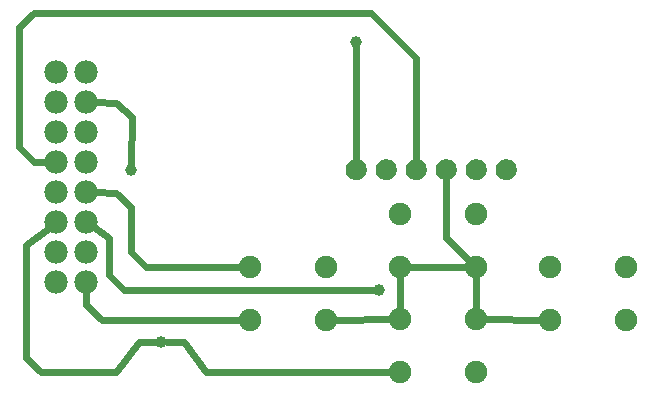
<source format=gbl>
G04 MADE WITH FRITZING*
G04 WWW.FRITZING.ORG*
G04 DOUBLE SIDED*
G04 HOLES PLATED*
G04 CONTOUR ON CENTER OF CONTOUR VECTOR*
%ASAXBY*%
%FSLAX23Y23*%
%MOIN*%
%OFA0B0*%
%SFA1.0B1.0*%
%ADD10C,0.039370*%
%ADD11C,0.070000*%
%ADD12C,0.075000*%
%ADD13C,0.078000*%
%ADD14C,0.024000*%
%ADD15R,0.001000X0.001000*%
%LNCOPPER0*%
G90*
G70*
G54D10*
X422Y800D03*
X522Y225D03*
X1247Y400D03*
X1172Y1225D03*
G54D11*
X1172Y800D03*
X1272Y800D03*
X1372Y800D03*
X1472Y800D03*
X1572Y800D03*
X1672Y800D03*
G54D12*
X2072Y300D03*
X1816Y300D03*
X2072Y477D03*
X1816Y477D03*
X1072Y300D03*
X816Y300D03*
X1072Y477D03*
X816Y477D03*
X1316Y302D03*
X1572Y302D03*
X1316Y125D03*
X1572Y125D03*
X1572Y475D03*
X1316Y475D03*
X1572Y652D03*
X1316Y652D03*
G54D13*
X172Y1125D03*
X172Y1025D03*
X172Y925D03*
X172Y825D03*
X172Y725D03*
X172Y625D03*
X172Y525D03*
X172Y425D03*
X172Y1125D03*
X172Y1025D03*
X172Y925D03*
X172Y825D03*
X172Y725D03*
X172Y625D03*
X172Y525D03*
X172Y425D03*
X272Y425D03*
X272Y525D03*
X272Y625D03*
X272Y725D03*
X272Y825D03*
X272Y925D03*
X272Y1025D03*
X272Y1125D03*
G54D14*
X423Y975D02*
X372Y1024D01*
D02*
X372Y1024D02*
X302Y1025D01*
D02*
X422Y819D02*
X423Y975D01*
D02*
X788Y300D02*
X323Y299D01*
D02*
X323Y299D02*
X272Y350D01*
D02*
X272Y350D02*
X272Y395D01*
D02*
X1288Y302D02*
X1101Y300D01*
D02*
X1316Y446D02*
X1316Y331D01*
D02*
X1601Y302D02*
X1788Y300D01*
D02*
X1572Y331D02*
X1572Y446D01*
D02*
X72Y174D02*
X72Y550D01*
D02*
X72Y550D02*
X148Y607D01*
D02*
X121Y125D02*
X72Y174D01*
D02*
X447Y225D02*
X372Y125D01*
D02*
X597Y225D02*
X541Y225D01*
D02*
X372Y125D02*
X121Y125D01*
D02*
X672Y125D02*
X597Y225D01*
D02*
X503Y225D02*
X447Y225D01*
D02*
X1288Y125D02*
X672Y125D01*
D02*
X422Y675D02*
X372Y724D01*
D02*
X422Y525D02*
X422Y675D01*
D02*
X372Y724D02*
X302Y725D01*
D02*
X471Y475D02*
X422Y525D01*
D02*
X788Y477D02*
X471Y475D01*
D02*
X1472Y574D02*
X1552Y495D01*
D02*
X1472Y774D02*
X1472Y574D01*
D02*
X1544Y475D02*
X1345Y475D01*
D02*
X1228Y400D02*
X398Y400D01*
D02*
X347Y449D02*
X347Y574D01*
D02*
X347Y574D02*
X297Y608D01*
D02*
X398Y400D02*
X347Y449D01*
D02*
X97Y1324D02*
X48Y1275D01*
D02*
X98Y825D02*
X142Y825D01*
D02*
X48Y875D02*
X98Y825D01*
D02*
X48Y1275D02*
X48Y875D01*
D02*
X1222Y1324D02*
X97Y1324D01*
D02*
X1372Y1174D02*
X1222Y1324D01*
D02*
X1372Y826D02*
X1372Y1174D01*
D02*
X1172Y826D02*
X1172Y1206D01*
G54D15*
X1165Y835D02*
X1178Y835D01*
X1265Y835D02*
X1278Y835D01*
X1365Y835D02*
X1378Y835D01*
X1465Y835D02*
X1478Y835D01*
X1565Y835D02*
X1578Y835D01*
X1665Y835D02*
X1678Y835D01*
X1161Y834D02*
X1182Y834D01*
X1261Y834D02*
X1282Y834D01*
X1361Y834D02*
X1382Y834D01*
X1461Y834D02*
X1482Y834D01*
X1561Y834D02*
X1582Y834D01*
X1661Y834D02*
X1682Y834D01*
X1159Y833D02*
X1185Y833D01*
X1259Y833D02*
X1285Y833D01*
X1359Y833D02*
X1385Y833D01*
X1459Y833D02*
X1485Y833D01*
X1559Y833D02*
X1585Y833D01*
X1659Y833D02*
X1685Y833D01*
X1157Y832D02*
X1187Y832D01*
X1257Y832D02*
X1287Y832D01*
X1357Y832D02*
X1387Y832D01*
X1457Y832D02*
X1487Y832D01*
X1557Y832D02*
X1587Y832D01*
X1657Y832D02*
X1687Y832D01*
X1155Y831D02*
X1189Y831D01*
X1255Y831D02*
X1289Y831D01*
X1355Y831D02*
X1389Y831D01*
X1455Y831D02*
X1489Y831D01*
X1555Y831D02*
X1589Y831D01*
X1655Y831D02*
X1689Y831D01*
X1153Y830D02*
X1190Y830D01*
X1253Y830D02*
X1290Y830D01*
X1353Y830D02*
X1390Y830D01*
X1453Y830D02*
X1490Y830D01*
X1553Y830D02*
X1590Y830D01*
X1653Y830D02*
X1690Y830D01*
X1152Y829D02*
X1192Y829D01*
X1252Y829D02*
X1292Y829D01*
X1352Y829D02*
X1392Y829D01*
X1452Y829D02*
X1492Y829D01*
X1552Y829D02*
X1592Y829D01*
X1652Y829D02*
X1692Y829D01*
X1150Y828D02*
X1193Y828D01*
X1250Y828D02*
X1293Y828D01*
X1350Y828D02*
X1393Y828D01*
X1450Y828D02*
X1493Y828D01*
X1550Y828D02*
X1593Y828D01*
X1650Y828D02*
X1693Y828D01*
X1149Y827D02*
X1194Y827D01*
X1249Y827D02*
X1294Y827D01*
X1349Y827D02*
X1394Y827D01*
X1449Y827D02*
X1494Y827D01*
X1549Y827D02*
X1594Y827D01*
X1649Y827D02*
X1694Y827D01*
X1148Y826D02*
X1196Y826D01*
X1248Y826D02*
X1296Y826D01*
X1348Y826D02*
X1396Y826D01*
X1448Y826D02*
X1496Y826D01*
X1548Y826D02*
X1596Y826D01*
X1648Y826D02*
X1696Y826D01*
X1147Y825D02*
X1196Y825D01*
X1247Y825D02*
X1296Y825D01*
X1347Y825D02*
X1396Y825D01*
X1447Y825D02*
X1496Y825D01*
X1547Y825D02*
X1596Y825D01*
X1647Y825D02*
X1696Y825D01*
X1146Y824D02*
X1197Y824D01*
X1246Y824D02*
X1297Y824D01*
X1346Y824D02*
X1397Y824D01*
X1446Y824D02*
X1497Y824D01*
X1546Y824D02*
X1597Y824D01*
X1646Y824D02*
X1697Y824D01*
X1145Y823D02*
X1198Y823D01*
X1245Y823D02*
X1298Y823D01*
X1345Y823D02*
X1398Y823D01*
X1445Y823D02*
X1498Y823D01*
X1545Y823D02*
X1598Y823D01*
X1645Y823D02*
X1698Y823D01*
X1144Y822D02*
X1199Y822D01*
X1244Y822D02*
X1299Y822D01*
X1344Y822D02*
X1399Y822D01*
X1444Y822D02*
X1499Y822D01*
X1544Y822D02*
X1599Y822D01*
X1644Y822D02*
X1699Y822D01*
X1144Y821D02*
X1200Y821D01*
X1244Y821D02*
X1300Y821D01*
X1344Y821D02*
X1400Y821D01*
X1444Y821D02*
X1500Y821D01*
X1544Y821D02*
X1600Y821D01*
X1644Y821D02*
X1700Y821D01*
X1143Y820D02*
X1200Y820D01*
X1243Y820D02*
X1300Y820D01*
X1343Y820D02*
X1400Y820D01*
X1443Y820D02*
X1500Y820D01*
X1543Y820D02*
X1600Y820D01*
X1643Y820D02*
X1700Y820D01*
X1142Y819D02*
X1201Y819D01*
X1242Y819D02*
X1301Y819D01*
X1342Y819D02*
X1401Y819D01*
X1442Y819D02*
X1501Y819D01*
X1542Y819D02*
X1601Y819D01*
X1642Y819D02*
X1701Y819D01*
X1142Y818D02*
X1202Y818D01*
X1242Y818D02*
X1302Y818D01*
X1342Y818D02*
X1402Y818D01*
X1442Y818D02*
X1502Y818D01*
X1542Y818D02*
X1602Y818D01*
X1642Y818D02*
X1702Y818D01*
X1141Y817D02*
X1202Y817D01*
X1241Y817D02*
X1302Y817D01*
X1341Y817D02*
X1402Y817D01*
X1441Y817D02*
X1502Y817D01*
X1541Y817D02*
X1602Y817D01*
X1641Y817D02*
X1702Y817D01*
X1141Y816D02*
X1203Y816D01*
X1241Y816D02*
X1303Y816D01*
X1341Y816D02*
X1403Y816D01*
X1441Y816D02*
X1503Y816D01*
X1541Y816D02*
X1603Y816D01*
X1641Y816D02*
X1703Y816D01*
X1140Y815D02*
X1166Y815D01*
X1178Y815D02*
X1203Y815D01*
X1240Y815D02*
X1266Y815D01*
X1278Y815D02*
X1303Y815D01*
X1340Y815D02*
X1366Y815D01*
X1378Y815D02*
X1403Y815D01*
X1440Y815D02*
X1466Y815D01*
X1478Y815D02*
X1503Y815D01*
X1540Y815D02*
X1566Y815D01*
X1578Y815D02*
X1603Y815D01*
X1640Y815D02*
X1666Y815D01*
X1678Y815D02*
X1703Y815D01*
X1140Y814D02*
X1164Y814D01*
X1180Y814D02*
X1203Y814D01*
X1240Y814D02*
X1264Y814D01*
X1280Y814D02*
X1303Y814D01*
X1340Y814D02*
X1364Y814D01*
X1380Y814D02*
X1403Y814D01*
X1440Y814D02*
X1464Y814D01*
X1480Y814D02*
X1503Y814D01*
X1540Y814D02*
X1564Y814D01*
X1580Y814D02*
X1603Y814D01*
X1640Y814D02*
X1664Y814D01*
X1680Y814D02*
X1703Y814D01*
X1140Y813D02*
X1162Y813D01*
X1181Y813D02*
X1204Y813D01*
X1240Y813D02*
X1262Y813D01*
X1281Y813D02*
X1304Y813D01*
X1340Y813D02*
X1362Y813D01*
X1381Y813D02*
X1404Y813D01*
X1440Y813D02*
X1462Y813D01*
X1481Y813D02*
X1504Y813D01*
X1540Y813D02*
X1562Y813D01*
X1581Y813D02*
X1604Y813D01*
X1640Y813D02*
X1662Y813D01*
X1681Y813D02*
X1704Y813D01*
X1139Y812D02*
X1161Y812D01*
X1182Y812D02*
X1204Y812D01*
X1239Y812D02*
X1261Y812D01*
X1282Y812D02*
X1304Y812D01*
X1339Y812D02*
X1361Y812D01*
X1382Y812D02*
X1404Y812D01*
X1439Y812D02*
X1461Y812D01*
X1482Y812D02*
X1504Y812D01*
X1539Y812D02*
X1561Y812D01*
X1582Y812D02*
X1604Y812D01*
X1639Y812D02*
X1661Y812D01*
X1682Y812D02*
X1704Y812D01*
X1139Y811D02*
X1160Y811D01*
X1183Y811D02*
X1205Y811D01*
X1239Y811D02*
X1260Y811D01*
X1283Y811D02*
X1305Y811D01*
X1339Y811D02*
X1360Y811D01*
X1383Y811D02*
X1405Y811D01*
X1439Y811D02*
X1460Y811D01*
X1483Y811D02*
X1505Y811D01*
X1539Y811D02*
X1560Y811D01*
X1583Y811D02*
X1605Y811D01*
X1639Y811D02*
X1660Y811D01*
X1683Y811D02*
X1705Y811D01*
X1139Y810D02*
X1159Y810D01*
X1184Y810D02*
X1205Y810D01*
X1239Y810D02*
X1259Y810D01*
X1284Y810D02*
X1305Y810D01*
X1339Y810D02*
X1359Y810D01*
X1384Y810D02*
X1405Y810D01*
X1439Y810D02*
X1459Y810D01*
X1484Y810D02*
X1505Y810D01*
X1539Y810D02*
X1559Y810D01*
X1584Y810D02*
X1605Y810D01*
X1639Y810D02*
X1659Y810D01*
X1684Y810D02*
X1705Y810D01*
X1138Y809D02*
X1158Y809D01*
X1185Y809D02*
X1205Y809D01*
X1238Y809D02*
X1258Y809D01*
X1285Y809D02*
X1305Y809D01*
X1338Y809D02*
X1358Y809D01*
X1385Y809D02*
X1405Y809D01*
X1438Y809D02*
X1458Y809D01*
X1485Y809D02*
X1505Y809D01*
X1538Y809D02*
X1558Y809D01*
X1585Y809D02*
X1605Y809D01*
X1638Y809D02*
X1658Y809D01*
X1685Y809D02*
X1705Y809D01*
X1138Y808D02*
X1158Y808D01*
X1186Y808D02*
X1205Y808D01*
X1238Y808D02*
X1258Y808D01*
X1286Y808D02*
X1305Y808D01*
X1338Y808D02*
X1358Y808D01*
X1386Y808D02*
X1405Y808D01*
X1438Y808D02*
X1458Y808D01*
X1486Y808D02*
X1505Y808D01*
X1538Y808D02*
X1558Y808D01*
X1585Y808D02*
X1605Y808D01*
X1638Y808D02*
X1658Y808D01*
X1685Y808D02*
X1705Y808D01*
X1138Y807D02*
X1157Y807D01*
X1186Y807D02*
X1206Y807D01*
X1238Y807D02*
X1257Y807D01*
X1286Y807D02*
X1306Y807D01*
X1338Y807D02*
X1357Y807D01*
X1386Y807D02*
X1406Y807D01*
X1438Y807D02*
X1457Y807D01*
X1486Y807D02*
X1506Y807D01*
X1538Y807D02*
X1557Y807D01*
X1586Y807D02*
X1606Y807D01*
X1638Y807D02*
X1657Y807D01*
X1686Y807D02*
X1706Y807D01*
X1138Y806D02*
X1157Y806D01*
X1186Y806D02*
X1206Y806D01*
X1238Y806D02*
X1257Y806D01*
X1286Y806D02*
X1306Y806D01*
X1338Y806D02*
X1357Y806D01*
X1386Y806D02*
X1406Y806D01*
X1438Y806D02*
X1457Y806D01*
X1486Y806D02*
X1506Y806D01*
X1538Y806D02*
X1557Y806D01*
X1586Y806D02*
X1606Y806D01*
X1638Y806D02*
X1657Y806D01*
X1686Y806D02*
X1706Y806D01*
X1138Y805D02*
X1157Y805D01*
X1187Y805D02*
X1206Y805D01*
X1238Y805D02*
X1257Y805D01*
X1287Y805D02*
X1306Y805D01*
X1338Y805D02*
X1357Y805D01*
X1387Y805D02*
X1406Y805D01*
X1438Y805D02*
X1457Y805D01*
X1487Y805D02*
X1506Y805D01*
X1538Y805D02*
X1557Y805D01*
X1587Y805D02*
X1606Y805D01*
X1638Y805D02*
X1657Y805D01*
X1687Y805D02*
X1706Y805D01*
X1137Y804D02*
X1156Y804D01*
X1187Y804D02*
X1206Y804D01*
X1237Y804D02*
X1256Y804D01*
X1287Y804D02*
X1306Y804D01*
X1337Y804D02*
X1356Y804D01*
X1387Y804D02*
X1406Y804D01*
X1437Y804D02*
X1456Y804D01*
X1487Y804D02*
X1506Y804D01*
X1537Y804D02*
X1556Y804D01*
X1587Y804D02*
X1606Y804D01*
X1637Y804D02*
X1656Y804D01*
X1687Y804D02*
X1706Y804D01*
X1137Y803D02*
X1156Y803D01*
X1187Y803D02*
X1206Y803D01*
X1237Y803D02*
X1256Y803D01*
X1287Y803D02*
X1306Y803D01*
X1337Y803D02*
X1356Y803D01*
X1387Y803D02*
X1406Y803D01*
X1437Y803D02*
X1456Y803D01*
X1487Y803D02*
X1506Y803D01*
X1537Y803D02*
X1556Y803D01*
X1587Y803D02*
X1606Y803D01*
X1637Y803D02*
X1656Y803D01*
X1687Y803D02*
X1706Y803D01*
X1137Y802D02*
X1156Y802D01*
X1187Y802D02*
X1206Y802D01*
X1237Y802D02*
X1256Y802D01*
X1287Y802D02*
X1306Y802D01*
X1337Y802D02*
X1356Y802D01*
X1387Y802D02*
X1406Y802D01*
X1437Y802D02*
X1456Y802D01*
X1487Y802D02*
X1506Y802D01*
X1537Y802D02*
X1556Y802D01*
X1587Y802D02*
X1606Y802D01*
X1637Y802D02*
X1656Y802D01*
X1687Y802D02*
X1706Y802D01*
X1137Y801D02*
X1156Y801D01*
X1187Y801D02*
X1206Y801D01*
X1237Y801D02*
X1256Y801D01*
X1287Y801D02*
X1306Y801D01*
X1337Y801D02*
X1356Y801D01*
X1387Y801D02*
X1406Y801D01*
X1437Y801D02*
X1456Y801D01*
X1487Y801D02*
X1506Y801D01*
X1537Y801D02*
X1556Y801D01*
X1587Y801D02*
X1606Y801D01*
X1637Y801D02*
X1656Y801D01*
X1687Y801D02*
X1706Y801D01*
X1137Y800D02*
X1156Y800D01*
X1187Y800D02*
X1206Y800D01*
X1237Y800D02*
X1256Y800D01*
X1287Y800D02*
X1306Y800D01*
X1337Y800D02*
X1356Y800D01*
X1387Y800D02*
X1406Y800D01*
X1437Y800D02*
X1456Y800D01*
X1487Y800D02*
X1506Y800D01*
X1537Y800D02*
X1556Y800D01*
X1587Y800D02*
X1606Y800D01*
X1637Y800D02*
X1656Y800D01*
X1687Y800D02*
X1706Y800D01*
X1137Y799D02*
X1156Y799D01*
X1187Y799D02*
X1206Y799D01*
X1237Y799D02*
X1256Y799D01*
X1287Y799D02*
X1306Y799D01*
X1337Y799D02*
X1356Y799D01*
X1387Y799D02*
X1406Y799D01*
X1437Y799D02*
X1456Y799D01*
X1487Y799D02*
X1506Y799D01*
X1537Y799D02*
X1556Y799D01*
X1587Y799D02*
X1606Y799D01*
X1637Y799D02*
X1656Y799D01*
X1687Y799D02*
X1706Y799D01*
X1137Y798D02*
X1156Y798D01*
X1187Y798D02*
X1206Y798D01*
X1237Y798D02*
X1256Y798D01*
X1287Y798D02*
X1306Y798D01*
X1337Y798D02*
X1356Y798D01*
X1387Y798D02*
X1406Y798D01*
X1437Y798D02*
X1456Y798D01*
X1487Y798D02*
X1506Y798D01*
X1537Y798D02*
X1556Y798D01*
X1587Y798D02*
X1606Y798D01*
X1637Y798D02*
X1656Y798D01*
X1687Y798D02*
X1706Y798D01*
X1137Y797D02*
X1157Y797D01*
X1187Y797D02*
X1206Y797D01*
X1237Y797D02*
X1257Y797D01*
X1287Y797D02*
X1306Y797D01*
X1337Y797D02*
X1357Y797D01*
X1387Y797D02*
X1406Y797D01*
X1437Y797D02*
X1457Y797D01*
X1487Y797D02*
X1506Y797D01*
X1537Y797D02*
X1557Y797D01*
X1587Y797D02*
X1606Y797D01*
X1637Y797D02*
X1657Y797D01*
X1687Y797D02*
X1706Y797D01*
X1138Y796D02*
X1157Y796D01*
X1186Y796D02*
X1206Y796D01*
X1238Y796D02*
X1257Y796D01*
X1286Y796D02*
X1306Y796D01*
X1338Y796D02*
X1357Y796D01*
X1386Y796D02*
X1406Y796D01*
X1438Y796D02*
X1457Y796D01*
X1486Y796D02*
X1506Y796D01*
X1538Y796D02*
X1557Y796D01*
X1586Y796D02*
X1606Y796D01*
X1638Y796D02*
X1657Y796D01*
X1686Y796D02*
X1706Y796D01*
X1138Y795D02*
X1157Y795D01*
X1186Y795D02*
X1206Y795D01*
X1238Y795D02*
X1257Y795D01*
X1286Y795D02*
X1306Y795D01*
X1338Y795D02*
X1357Y795D01*
X1386Y795D02*
X1406Y795D01*
X1438Y795D02*
X1457Y795D01*
X1486Y795D02*
X1506Y795D01*
X1538Y795D02*
X1557Y795D01*
X1586Y795D02*
X1606Y795D01*
X1638Y795D02*
X1657Y795D01*
X1686Y795D02*
X1706Y795D01*
X1138Y794D02*
X1158Y794D01*
X1186Y794D02*
X1205Y794D01*
X1238Y794D02*
X1258Y794D01*
X1286Y794D02*
X1305Y794D01*
X1338Y794D02*
X1358Y794D01*
X1386Y794D02*
X1405Y794D01*
X1438Y794D02*
X1458Y794D01*
X1486Y794D02*
X1505Y794D01*
X1538Y794D02*
X1558Y794D01*
X1586Y794D02*
X1605Y794D01*
X1638Y794D02*
X1658Y794D01*
X1686Y794D02*
X1705Y794D01*
X1138Y793D02*
X1158Y793D01*
X1185Y793D02*
X1205Y793D01*
X1238Y793D02*
X1258Y793D01*
X1285Y793D02*
X1305Y793D01*
X1338Y793D02*
X1358Y793D01*
X1385Y793D02*
X1405Y793D01*
X1438Y793D02*
X1458Y793D01*
X1485Y793D02*
X1505Y793D01*
X1538Y793D02*
X1558Y793D01*
X1585Y793D02*
X1605Y793D01*
X1638Y793D02*
X1658Y793D01*
X1685Y793D02*
X1705Y793D01*
X1139Y792D02*
X1159Y792D01*
X1184Y792D02*
X1205Y792D01*
X1239Y792D02*
X1259Y792D01*
X1284Y792D02*
X1305Y792D01*
X1339Y792D02*
X1359Y792D01*
X1384Y792D02*
X1405Y792D01*
X1439Y792D02*
X1459Y792D01*
X1484Y792D02*
X1505Y792D01*
X1539Y792D02*
X1559Y792D01*
X1584Y792D02*
X1605Y792D01*
X1639Y792D02*
X1659Y792D01*
X1684Y792D02*
X1705Y792D01*
X1139Y791D02*
X1160Y791D01*
X1183Y791D02*
X1205Y791D01*
X1239Y791D02*
X1260Y791D01*
X1283Y791D02*
X1305Y791D01*
X1339Y791D02*
X1360Y791D01*
X1383Y791D02*
X1405Y791D01*
X1439Y791D02*
X1460Y791D01*
X1483Y791D02*
X1505Y791D01*
X1539Y791D02*
X1560Y791D01*
X1583Y791D02*
X1605Y791D01*
X1639Y791D02*
X1660Y791D01*
X1683Y791D02*
X1705Y791D01*
X1139Y790D02*
X1161Y790D01*
X1182Y790D02*
X1204Y790D01*
X1239Y790D02*
X1261Y790D01*
X1282Y790D02*
X1304Y790D01*
X1339Y790D02*
X1361Y790D01*
X1382Y790D02*
X1404Y790D01*
X1439Y790D02*
X1461Y790D01*
X1482Y790D02*
X1504Y790D01*
X1539Y790D02*
X1561Y790D01*
X1582Y790D02*
X1604Y790D01*
X1639Y790D02*
X1661Y790D01*
X1682Y790D02*
X1704Y790D01*
X1140Y789D02*
X1162Y789D01*
X1181Y789D02*
X1204Y789D01*
X1239Y789D02*
X1262Y789D01*
X1281Y789D02*
X1304Y789D01*
X1339Y789D02*
X1362Y789D01*
X1381Y789D02*
X1404Y789D01*
X1439Y789D02*
X1462Y789D01*
X1481Y789D02*
X1504Y789D01*
X1539Y789D02*
X1562Y789D01*
X1581Y789D02*
X1604Y789D01*
X1639Y789D02*
X1662Y789D01*
X1681Y789D02*
X1704Y789D01*
X1140Y788D02*
X1163Y788D01*
X1180Y788D02*
X1204Y788D01*
X1240Y788D02*
X1263Y788D01*
X1280Y788D02*
X1304Y788D01*
X1340Y788D02*
X1363Y788D01*
X1380Y788D02*
X1404Y788D01*
X1440Y788D02*
X1463Y788D01*
X1480Y788D02*
X1504Y788D01*
X1540Y788D02*
X1563Y788D01*
X1580Y788D02*
X1603Y788D01*
X1640Y788D02*
X1663Y788D01*
X1680Y788D02*
X1703Y788D01*
X1140Y787D02*
X1165Y787D01*
X1178Y787D02*
X1203Y787D01*
X1240Y787D02*
X1265Y787D01*
X1278Y787D02*
X1303Y787D01*
X1340Y787D02*
X1365Y787D01*
X1378Y787D02*
X1403Y787D01*
X1440Y787D02*
X1465Y787D01*
X1478Y787D02*
X1503Y787D01*
X1540Y787D02*
X1565Y787D01*
X1578Y787D02*
X1603Y787D01*
X1640Y787D02*
X1665Y787D01*
X1678Y787D02*
X1703Y787D01*
X1141Y786D02*
X1170Y786D01*
X1173Y786D02*
X1203Y786D01*
X1241Y786D02*
X1270Y786D01*
X1273Y786D02*
X1303Y786D01*
X1341Y786D02*
X1370Y786D01*
X1373Y786D02*
X1403Y786D01*
X1441Y786D02*
X1470Y786D01*
X1473Y786D02*
X1503Y786D01*
X1541Y786D02*
X1570Y786D01*
X1573Y786D02*
X1603Y786D01*
X1641Y786D02*
X1670Y786D01*
X1673Y786D02*
X1703Y786D01*
X1141Y785D02*
X1202Y785D01*
X1241Y785D02*
X1302Y785D01*
X1341Y785D02*
X1402Y785D01*
X1441Y785D02*
X1502Y785D01*
X1541Y785D02*
X1602Y785D01*
X1641Y785D02*
X1702Y785D01*
X1142Y784D02*
X1202Y784D01*
X1242Y784D02*
X1302Y784D01*
X1342Y784D02*
X1402Y784D01*
X1442Y784D02*
X1502Y784D01*
X1542Y784D02*
X1602Y784D01*
X1642Y784D02*
X1702Y784D01*
X1142Y783D02*
X1201Y783D01*
X1242Y783D02*
X1301Y783D01*
X1342Y783D02*
X1401Y783D01*
X1442Y783D02*
X1501Y783D01*
X1542Y783D02*
X1601Y783D01*
X1642Y783D02*
X1701Y783D01*
X1143Y782D02*
X1200Y782D01*
X1243Y782D02*
X1300Y782D01*
X1343Y782D02*
X1400Y782D01*
X1443Y782D02*
X1500Y782D01*
X1543Y782D02*
X1600Y782D01*
X1643Y782D02*
X1700Y782D01*
X1144Y781D02*
X1200Y781D01*
X1244Y781D02*
X1300Y781D01*
X1344Y781D02*
X1400Y781D01*
X1444Y781D02*
X1500Y781D01*
X1544Y781D02*
X1600Y781D01*
X1644Y781D02*
X1700Y781D01*
X1144Y780D02*
X1199Y780D01*
X1244Y780D02*
X1299Y780D01*
X1344Y780D02*
X1399Y780D01*
X1444Y780D02*
X1499Y780D01*
X1544Y780D02*
X1599Y780D01*
X1644Y780D02*
X1699Y780D01*
X1145Y779D02*
X1198Y779D01*
X1245Y779D02*
X1298Y779D01*
X1345Y779D02*
X1398Y779D01*
X1445Y779D02*
X1498Y779D01*
X1545Y779D02*
X1598Y779D01*
X1645Y779D02*
X1698Y779D01*
X1146Y778D02*
X1198Y778D01*
X1246Y778D02*
X1298Y778D01*
X1346Y778D02*
X1398Y778D01*
X1446Y778D02*
X1498Y778D01*
X1546Y778D02*
X1598Y778D01*
X1646Y778D02*
X1698Y778D01*
X1147Y777D02*
X1197Y777D01*
X1247Y777D02*
X1297Y777D01*
X1347Y777D02*
X1397Y777D01*
X1447Y777D02*
X1497Y777D01*
X1547Y777D02*
X1597Y777D01*
X1647Y777D02*
X1697Y777D01*
X1148Y776D02*
X1196Y776D01*
X1248Y776D02*
X1296Y776D01*
X1348Y776D02*
X1396Y776D01*
X1448Y776D02*
X1496Y776D01*
X1548Y776D02*
X1596Y776D01*
X1648Y776D02*
X1696Y776D01*
X1149Y775D02*
X1195Y775D01*
X1249Y775D02*
X1295Y775D01*
X1349Y775D02*
X1395Y775D01*
X1449Y775D02*
X1495Y775D01*
X1549Y775D02*
X1595Y775D01*
X1649Y775D02*
X1695Y775D01*
X1150Y774D02*
X1193Y774D01*
X1250Y774D02*
X1293Y774D01*
X1350Y774D02*
X1393Y774D01*
X1450Y774D02*
X1493Y774D01*
X1550Y774D02*
X1593Y774D01*
X1650Y774D02*
X1693Y774D01*
X1151Y773D02*
X1192Y773D01*
X1251Y773D02*
X1292Y773D01*
X1351Y773D02*
X1392Y773D01*
X1451Y773D02*
X1492Y773D01*
X1551Y773D02*
X1592Y773D01*
X1651Y773D02*
X1692Y773D01*
X1153Y772D02*
X1191Y772D01*
X1253Y772D02*
X1291Y772D01*
X1353Y772D02*
X1391Y772D01*
X1453Y772D02*
X1491Y772D01*
X1553Y772D02*
X1591Y772D01*
X1653Y772D02*
X1691Y772D01*
X1154Y771D02*
X1189Y771D01*
X1254Y771D02*
X1289Y771D01*
X1354Y771D02*
X1389Y771D01*
X1454Y771D02*
X1489Y771D01*
X1554Y771D02*
X1589Y771D01*
X1654Y771D02*
X1689Y771D01*
X1156Y770D02*
X1187Y770D01*
X1256Y770D02*
X1287Y770D01*
X1356Y770D02*
X1387Y770D01*
X1456Y770D02*
X1487Y770D01*
X1556Y770D02*
X1587Y770D01*
X1656Y770D02*
X1687Y770D01*
X1158Y769D02*
X1185Y769D01*
X1258Y769D02*
X1285Y769D01*
X1358Y769D02*
X1385Y769D01*
X1458Y769D02*
X1485Y769D01*
X1558Y769D02*
X1585Y769D01*
X1658Y769D02*
X1685Y769D01*
X1161Y768D02*
X1182Y768D01*
X1261Y768D02*
X1282Y768D01*
X1361Y768D02*
X1382Y768D01*
X1461Y768D02*
X1482Y768D01*
X1561Y768D02*
X1582Y768D01*
X1661Y768D02*
X1682Y768D01*
X1164Y767D02*
X1179Y767D01*
X1264Y767D02*
X1279Y767D01*
X1364Y767D02*
X1379Y767D01*
X1464Y767D02*
X1479Y767D01*
X1564Y767D02*
X1579Y767D01*
X1664Y767D02*
X1679Y767D01*
X1171Y766D02*
X1173Y766D01*
X1271Y766D02*
X1273Y766D01*
X1371Y766D02*
X1373Y766D01*
X1471Y766D02*
X1473Y766D01*
X1571Y766D02*
X1573Y766D01*
X1671Y766D02*
X1673Y766D01*
D02*
G04 End of Copper0*
M02*
</source>
